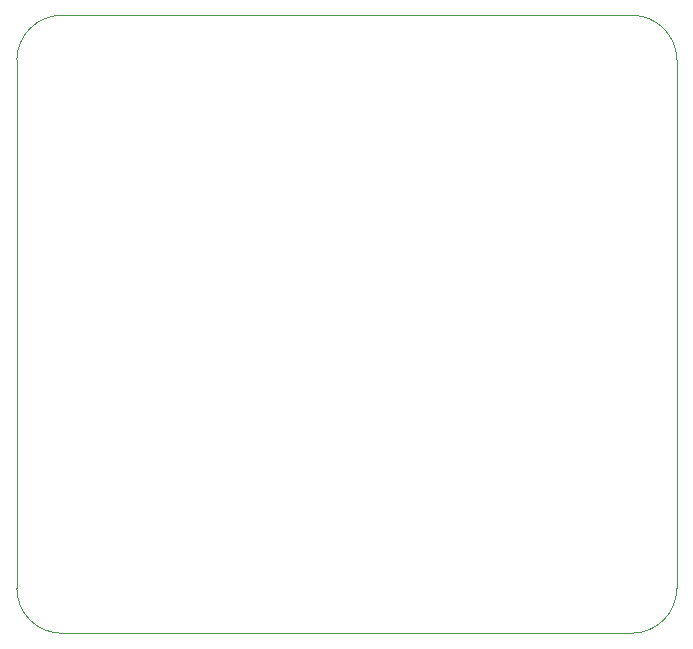
<source format=gbr>
G04 #@! TF.GenerationSoftware,KiCad,Pcbnew,5.1.5-52549c5~86~ubuntu18.04.1*
G04 #@! TF.CreationDate,2020-04-19T01:33:55+01:00*
G04 #@! TF.ProjectId,scot-controller,73636f74-2d63-46f6-9e74-726f6c6c6572,rev?*
G04 #@! TF.SameCoordinates,Original*
G04 #@! TF.FileFunction,Profile,NP*
%FSLAX46Y46*%
G04 Gerber Fmt 4.6, Leading zero omitted, Abs format (unit mm)*
G04 Created by KiCad (PCBNEW 5.1.5-52549c5~86~ubuntu18.04.1) date 2020-04-19 01:33:55*
%MOMM*%
%LPD*%
G04 APERTURE LIST*
%ADD10C,0.050000*%
G04 APERTURE END LIST*
D10*
X247142000Y-68656200D02*
X247142000Y-113360200D01*
X195072000Y-64846200D02*
X243332000Y-64846200D01*
X195072000Y-117170200D02*
X243332000Y-117170200D01*
X191262000Y-68656200D02*
X191262000Y-113360200D01*
X195072000Y-117170200D02*
G75*
G02X191262000Y-113360200I0J3810000D01*
G01*
X247142000Y-113360200D02*
G75*
G02X243332000Y-117170200I-3810000J0D01*
G01*
X243332000Y-64846200D02*
G75*
G02X247142000Y-68656200I0J-3810000D01*
G01*
X191262000Y-68656200D02*
G75*
G02X195072000Y-64846200I3810000J0D01*
G01*
M02*

</source>
